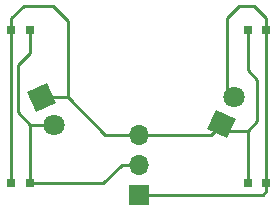
<source format=gbl>
G04 #@! TF.FileFunction,Copper,L2,Bot,Signal*
%FSLAX46Y46*%
G04 Gerber Fmt 4.6, Leading zero omitted, Abs format (unit mm)*
G04 Created by KiCad (PCBNEW 4.0.7) date 09/06/18 00:22:22*
%MOMM*%
%LPD*%
G01*
G04 APERTURE LIST*
%ADD10C,0.100000*%
%ADD11R,0.800000X0.800000*%
%ADD12R,1.700000X1.700000*%
%ADD13O,1.700000X1.700000*%
%ADD14C,1.800000*%
%ADD15C,0.250000*%
G04 APERTURE END LIST*
D10*
D11*
X153800000Y-86000000D03*
X152200000Y-86000000D03*
X153800000Y-99000000D03*
X152200000Y-99000000D03*
X173800000Y-99000000D03*
X172200000Y-99000000D03*
X173800000Y-86000000D03*
X172200000Y-86000000D03*
D12*
X163000000Y-100000000D03*
D13*
X163000000Y-97460000D03*
X163000000Y-94920000D03*
D10*
G36*
X153553967Y-91314679D02*
X155185321Y-90553967D01*
X155946033Y-92185321D01*
X154314679Y-92946033D01*
X153553967Y-91314679D01*
X153553967Y-91314679D01*
G37*
D14*
X155823450Y-94052022D03*
D10*
G36*
X170435321Y-95196033D02*
X168803967Y-94435321D01*
X169564679Y-92803967D01*
X171196033Y-93564679D01*
X170435321Y-95196033D01*
X170435321Y-95196033D01*
G37*
D14*
X171073450Y-91697978D03*
D15*
X155823450Y-94052022D02*
X153800000Y-94052022D01*
X153800000Y-94052022D02*
X153800000Y-94050000D01*
X153800000Y-99000000D02*
X153800000Y-94050000D01*
X153800000Y-87950000D02*
X153800000Y-86000000D01*
X152750000Y-89000000D02*
X153800000Y-87950000D01*
X152750000Y-93000000D02*
X152750000Y-89000000D01*
X153800000Y-94050000D02*
X152750000Y-93000000D01*
X153800000Y-99000000D02*
X160000000Y-99000000D01*
X161540000Y-97460000D02*
X163000000Y-97460000D01*
X160000000Y-99000000D02*
X161540000Y-97460000D01*
X152200000Y-86000000D02*
X152200000Y-85050000D01*
X157000000Y-85250000D02*
X157000000Y-91750000D01*
X155750000Y-84000000D02*
X157000000Y-85250000D01*
X153250000Y-84000000D02*
X155750000Y-84000000D01*
X152200000Y-85050000D02*
X153250000Y-84000000D01*
X172200000Y-94550000D02*
X170550000Y-94550000D01*
X170550000Y-94550000D02*
X170000000Y-94000000D01*
X172200000Y-86000000D02*
X172200000Y-89450000D01*
X172200000Y-94550000D02*
X172200000Y-99000000D01*
X173000000Y-93750000D02*
X172200000Y-94550000D01*
X173000000Y-90250000D02*
X173000000Y-93750000D01*
X172200000Y-89450000D02*
X173000000Y-90250000D01*
X163000000Y-94920000D02*
X169080000Y-94920000D01*
X169080000Y-94920000D02*
X170000000Y-94000000D01*
X154750000Y-91750000D02*
X157000000Y-91750000D01*
X160170000Y-94920000D02*
X163000000Y-94920000D01*
X157000000Y-91750000D02*
X160170000Y-94920000D01*
X152200000Y-99000000D02*
X152200000Y-86000000D01*
X173800000Y-86000000D02*
X173800000Y-85050000D01*
X170500000Y-85000000D02*
X170500000Y-91124528D01*
X171500000Y-84000000D02*
X170500000Y-85000000D01*
X172750000Y-84000000D02*
X171500000Y-84000000D01*
X173800000Y-85050000D02*
X172750000Y-84000000D01*
X170500000Y-91124528D02*
X171073450Y-91697978D01*
X173800000Y-99000000D02*
X173800000Y-99700000D01*
X173500000Y-100000000D02*
X170000000Y-100000000D01*
X170000000Y-100000000D02*
X163000000Y-100000000D01*
X173800000Y-99700000D02*
X173500000Y-100000000D01*
X173800000Y-99000000D02*
X173800000Y-86000000D01*
M02*

</source>
